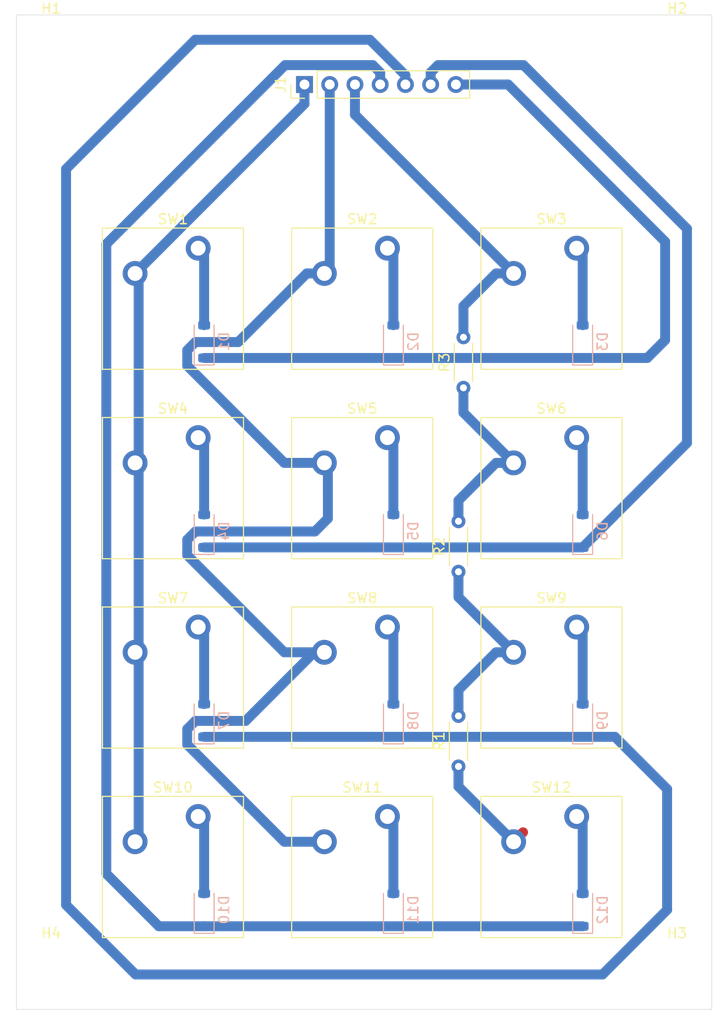
<source format=kicad_pcb>
(kicad_pcb (version 20241229) (generator "pcbnew") (generator_version "9.0")
  (layers (0 "F.Cu" signal) (2 "B.Cu" signal) (13 "F.Paste" user) (15 "B.Paste" user) (5 "F.SilkS" user "F.Silkscreen") (7 "B.SilkS" user "B.Silkscreen") (1 "F.Mask" user) (3 "B.Mask" user) (25 "Edge.Cuts" user))
  (net 0 "")
  (net 1 "row0")
  (net 2 "Net-(D1-A)")
  (net 3 "Net-(D2-A)")
  (net 4 "Net-(D3-A)")
  (net 5 "row1")
  (net 6 "Net-(D4-A)")
  (net 7 "Net-(D5-A)")
  (net 8 "Net-(D6-A)")
  (net 9 "Net-(D7-A)")
  (net 10 "row2")
  (net 11 "Net-(D8-A)")
  (net 12 "Net-(D9-A)")
  (net 13 "row3")
  (net 14 "Net-(D10-A)")
  (net 15 "Net-(D11-A)")
  (net 16 "Net-(D12-A)")
  (net 17 "col0")
  (net 18 "col1")
  (net 19 "col2")
  (net 20 "Net-(R1-Pad2)")
  (net 21 "Net-(R2-Pad2)")
  (net 22 "Net-(R1-Pad1)")
  (footprint "Resistor_THT:R_Axial_DIN0204_L3.6mm_D1.6mm_P5.08mm_Horizontal" (layer "F.Cu") (at 164.5 115.58 90)
    (property "Reference" "R1" (at 2.54 -1.92 90) (layer "F.SilkS"))
    (property "Value" "R")
    (fp_line (start 0.62 -0.92) (end 4.46 -0.92) (stroke (width 0.12)) (layer "F.SilkS"))
    (fp_line (start 0.62 0.92) (end 4.46 0.92) (stroke (width 0.12)) (layer "F.SilkS"))
    (pad "1" thru_hole circle (at 0 0 90) (size 1.4 1.4) (drill 0.7) (layers "*.Cu" "*.Mask") (net 22 "Net-(R1-Pad1)"))
    (pad "2" thru_hole circle (at 5.08 0 90) (size 1.4 1.4) (drill 0.7) (layers "*.Cu" "*.Mask") (net 20 "Net-(R1-Pad2)"))
  )
  (footprint "PCM_Switch_Keyboard_Cherry_MX:SW_Cherry_MX_PCB_1.00u" (layer "F.Cu") (at 173.86 87.59)
    (property "Reference" "SW6" (at 0 -8 0) (layer "F.SilkS"))
    (property "Value" "SW_Push")
    (fp_line (start -7.1 -7.1) (end -7.1 7.1) (stroke (width 0.12)) (layer "F.SilkS"))
    (fp_line (start -7.1 7.1) (end 7.1 7.1) (stroke (width 0.12)) (layer "F.SilkS"))
    (fp_line (start 7.1 -7.1) (end -7.1 -7.1) (stroke (width 0.12)) (layer "F.SilkS"))
    (fp_line (start 7.1 7.1) (end 7.1 -7.1) (stroke (width 0.12)) (layer "F.SilkS"))
    (pad "" np_thru_hole circle (at -5.08 0) (size 1.75 1.75) (drill 1.75) (layers "*.Cu" "*.Mask"))
    (pad "" np_thru_hole circle (at 0 0) (size 4 4) (drill 4) (layers "*.Cu" "*.Mask"))
    (pad "" np_thru_hole circle (at 5.08 0) (size 1.75 1.75) (drill 1.75) (layers "*.Cu" "*.Mask"))
    (pad "1" thru_hole circle (at -3.81 -2.54) (size 2.5 2.5) (drill 1.5) (layers "*.Cu" "*.Mask") (net 21 "Net-(R2-Pad2)"))
    (pad "2" thru_hole circle (at 2.54 -5.08) (size 2.5 2.5) (drill 1.5) (layers "*.Cu" "*.Mask") (net 8 "Net-(D6-A)"))
  )
  (footprint "PCM_Switch_Keyboard_Cherry_MX:SW_Cherry_MX_PCB_1.00u" (layer "F.Cu") (at 154.81 106.64)
    (property "Reference" "SW8" (at 0 -8 0) (layer "F.SilkS"))
    (property "Value" "SW_Push")
    (fp_line (start -7.1 -7.1) (end -7.1 7.1) (stroke (width 0.12)) (layer "F.SilkS"))
    (fp_line (start -7.1 7.1) (end 7.1 7.1) (stroke (width 0.12)) (layer "F.SilkS"))
    (fp_line (start 7.1 -7.1) (end -7.1 -7.1) (stroke (width 0.12)) (layer "F.SilkS"))
    (fp_line (start 7.1 7.1) (end 7.1 -7.1) (stroke (width 0.12)) (layer "F.SilkS"))
    (pad "" np_thru_hole circle (at -5.08 0) (size 1.75 1.75) (drill 1.75) (layers "*.Cu" "*.Mask"))
    (pad "" np_thru_hole circle (at 0 0) (size 4 4) (drill 4) (layers "*.Cu" "*.Mask"))
    (pad "" np_thru_hole circle (at 5.08 0) (size 1.75 1.75) (drill 1.75) (layers "*.Cu" "*.Mask"))
    (pad "1" thru_hole circle (at -3.81 -2.54) (size 2.5 2.5) (drill 1.5) (layers "*.Cu" "*.Mask") (net 18 "col1"))
    (pad "2" thru_hole circle (at 2.54 -5.08) (size 2.5 2.5) (drill 1.5) (layers "*.Cu" "*.Mask") (net 11 "Net-(D8-A)"))
  )
  (footprint "MountingHole:MountingHole_3.2mm_M3" (layer "F.Cu") (at 123.5 136.5)
    (property "Reference" "H4" (at 0 -4.15 0) (layer "F.SilkS"))
    (property "Value" "MountingHole")
    (pad "" np_thru_hole circle (at 0 0) (size 3.2 3.2) (drill 3.2) (layers "*.Cu" "*.Mask"))
  )
  (footprint "Resistor_THT:R_Axial_DIN0204_L3.6mm_D1.6mm_P5.08mm_Horizontal" (layer "F.Cu") (at 165 77.5 90)
    (property "Reference" "R3" (at 2.54 -1.92 90) (layer "F.SilkS"))
    (property "Value" "R")
    (fp_line (start 0.62 -0.92) (end 4.46 -0.92) (stroke (width 0.12)) (layer "F.SilkS"))
    (fp_line (start 0.62 0.92) (end 4.46 0.92) (stroke (width 0.12)) (layer "F.SilkS"))
    (pad "1" thru_hole circle (at 0 0 90) (size 1.4 1.4) (drill 0.7) (layers "*.Cu" "*.Mask") (net 21 "Net-(R2-Pad2)"))
    (pad "2" thru_hole circle (at 5.08 0 90) (size 1.4 1.4) (drill 0.7) (layers "*.Cu" "*.Mask") (net 19 "col2"))
  )
  (footprint "PCM_Switch_Keyboard_Cherry_MX:SW_Cherry_MX_PCB_1.00u" (layer "F.Cu") (at 173.86 106.64)
    (property "Reference" "SW9" (at 0 -8 0) (layer "F.SilkS"))
    (property "Value" "SW_Push")
    (fp_line (start -7.1 -7.1) (end -7.1 7.1) (stroke (width 0.12)) (layer "F.SilkS"))
    (fp_line (start -7.1 7.1) (end 7.1 7.1) (stroke (width 0.12)) (layer "F.SilkS"))
    (fp_line (start 7.1 -7.1) (end -7.1 -7.1) (stroke (width 0.12)) (layer "F.SilkS"))
    (fp_line (start 7.1 7.1) (end 7.1 -7.1) (stroke (width 0.12)) (layer "F.SilkS"))
    (pad "" np_thru_hole circle (at -5.08 0) (size 1.75 1.75) (drill 1.75) (layers "*.Cu" "*.Mask"))
    (pad "" np_thru_hole circle (at 0 0) (size 4 4) (drill 4) (layers "*.Cu" "*.Mask"))
    (pad "" np_thru_hole circle (at 5.08 0) (size 1.75 1.75) (drill 1.75) (layers "*.Cu" "*.Mask"))
    (pad "1" thru_hole circle (at -3.81 -2.54) (size 2.5 2.5) (drill 1.5) (layers "*.Cu" "*.Mask") (net 20 "Net-(R1-Pad2)"))
    (pad "2" thru_hole circle (at 2.54 -5.08) (size 2.5 2.5) (drill 1.5) (layers "*.Cu" "*.Mask") (net 12 "Net-(D9-A)"))
  )
  (footprint "PCM_Switch_Keyboard_Cherry_MX:SW_Cherry_MX_PCB_1.00u" (layer "F.Cu") (at 173.86 68.54)
    (property "Reference" "SW3" (at 0 -8 0) (layer "F.SilkS"))
    (property "Value" "SW_Push")
    (fp_line (start -7.1 -7.1) (end -7.1 7.1) (stroke (width 0.12)) (layer "F.SilkS"))
    (fp_line (start -7.1 7.1) (end 7.1 7.1) (stroke (width 0.12)) (layer "F.SilkS"))
    (fp_line (start 7.1 -7.1) (end -7.1 -7.1) (stroke (width 0.12)) (layer "F.SilkS"))
    (fp_line (start 7.1 7.1) (end 7.1 -7.1) (stroke (width 0.12)) (layer "F.SilkS"))
    (pad "" np_thru_hole circle (at -5.08 0) (size 1.75 1.75) (drill 1.75) (layers "*.Cu" "*.Mask"))
    (pad "" np_thru_hole circle (at 0 0) (size 4 4) (drill 4) (layers "*.Cu" "*.Mask"))
    (pad "" np_thru_hole circle (at 5.08 0) (size 1.75 1.75) (drill 1.75) (layers "*.Cu" "*.Mask"))
    (pad "1" thru_hole circle (at -3.81 -2.54) (size 2.5 2.5) (drill 1.5) (layers "*.Cu" "*.Mask") (net 19 "col2"))
    (pad "2" thru_hole circle (at 2.54 -5.08) (size 2.5 2.5) (drill 1.5) (layers "*.Cu" "*.Mask") (net 4 "Net-(D3-A)"))
  )
  (footprint "MountingHole:MountingHole_3.2mm_M3" (layer "F.Cu") (at 186.5 136.5)
    (property "Reference" "H3" (at 0 -4.15 0) (layer "F.SilkS"))
    (property "Value" "MountingHole")
    (pad "" np_thru_hole circle (at 0 0) (size 3.2 3.2) (drill 3.2) (layers "*.Cu" "*.Mask"))
  )
  (footprint "PCM_Switch_Keyboard_Cherry_MX:SW_Cherry_MX_PCB_1.00u" (layer "F.Cu") (at 135.76 106.64)
    (property "Reference" "SW7" (at 0 -8 0) (layer "F.SilkS"))
    (property "Value" "SW_Push")
    (fp_line (start -7.1 -7.1) (end -7.1 7.1) (stroke (width 0.12)) (layer "F.SilkS"))
    (fp_line (start -7.1 7.1) (end 7.1 7.1) (stroke (width 0.12)) (layer "F.SilkS"))
    (fp_line (start 7.1 -7.1) (end -7.1 -7.1) (stroke (width 0.12)) (layer "F.SilkS"))
    (fp_line (start 7.1 7.1) (end 7.1 -7.1) (stroke (width 0.12)) (layer "F.SilkS"))
    (pad "" np_thru_hole circle (at -5.08 0) (size 1.75 1.75) (drill 1.75) (layers "*.Cu" "*.Mask"))
    (pad "" np_thru_hole circle (at 0 0) (size 4 4) (drill 4) (layers "*.Cu" "*.Mask"))
    (pad "" np_thru_hole circle (at 5.08 0) (size 1.75 1.75) (drill 1.75) (layers "*.Cu" "*.Mask"))
    (pad "1" thru_hole circle (at -3.81 -2.54) (size 2.5 2.5) (drill 1.5) (layers "*.Cu" "*.Mask") (net 17 "col0"))
    (pad "2" thru_hole circle (at 2.54 -5.08) (size 2.5 2.5) (drill 1.5) (layers "*.Cu" "*.Mask") (net 9 "Net-(D7-A)"))
  )
  (footprint "PCM_Switch_Keyboard_Cherry_MX:SW_Cherry_MX_PCB_1.00u" (layer "F.Cu") (at 135.76 87.59)
    (property "Reference" "SW4" (at 0 -8 0) (layer "F.SilkS"))
    (property "Value" "SW_Push")
    (fp_line (start -7.1 -7.1) (end -7.1 7.1) (stroke (width 0.12)) (layer "F.SilkS"))
    (fp_line (start -7.1 7.1) (end 7.1 7.1) (stroke (width 0.12)) (layer "F.SilkS"))
    (fp_line (start 7.1 -7.1) (end -7.1 -7.1) (stroke (width 0.12)) (layer "F.SilkS"))
    (fp_line (start 7.1 7.1) (end 7.1 -7.1) (stroke (width 0.12)) (layer "F.SilkS"))
    (pad "" np_thru_hole circle (at -5.08 0) (size 1.75 1.75) (drill 1.75) (layers "*.Cu" "*.Mask"))
    (pad "" np_thru_hole circle (at 0 0) (size 4 4) (drill 4) (layers "*.Cu" "*.Mask"))
    (pad "" np_thru_hole circle (at 5.08 0) (size 1.75 1.75) (drill 1.75) (layers "*.Cu" "*.Mask"))
    (pad "1" thru_hole circle (at -3.81 -2.54) (size 2.5 2.5) (drill 1.5) (layers "*.Cu" "*.Mask") (net 17 "col0"))
    (pad "2" thru_hole circle (at 2.54 -5.08) (size 2.5 2.5) (drill 1.5) (layers "*.Cu" "*.Mask") (net 6 "Net-(D4-A)"))
  )
  (footprint "Resistor_THT:R_Axial_DIN0204_L3.6mm_D1.6mm_P5.08mm_Horizontal" (layer "F.Cu") (at 164.5 96 90)
    (property "Reference" "R2" (at 2.54 -1.92 90) (layer "F.SilkS"))
    (property "Value" "R")
    (fp_line (start 0.62 -0.92) (end 4.46 -0.92) (stroke (width 0.12)) (layer "F.SilkS"))
    (fp_line (start 0.62 0.92) (end 4.46 0.92) (stroke (width 0.12)) (layer "F.SilkS"))
    (pad "1" thru_hole circle (at 0 0 90) (size 1.4 1.4) (drill 0.7) (layers "*.Cu" "*.Mask") (net 20 "Net-(R1-Pad2)"))
    (pad "2" thru_hole circle (at 5.08 0 90) (size 1.4 1.4) (drill 0.7) (layers "*.Cu" "*.Mask") (net 21 "Net-(R2-Pad2)"))
  )
  (footprint "PCM_Switch_Keyboard_Cherry_MX:SW_Cherry_MX_PCB_1.00u" (layer "F.Cu") (at 154.81 87.59)
    (property "Reference" "SW5" (at 0 -8 0) (layer "F.SilkS"))
    (property "Value" "SW_Push")
    (fp_line (start -7.1 -7.1) (end -7.1 7.1) (stroke (width 0.12)) (layer "F.SilkS"))
    (fp_line (start -7.1 7.1) (end 7.1 7.1) (stroke (width 0.12)) (layer "F.SilkS"))
    (fp_line (start 7.1 -7.1) (end -7.1 -7.1) (stroke (width 0.12)) (layer "F.SilkS"))
    (fp_line (start 7.1 7.1) (end 7.1 -7.1) (stroke (width 0.12)) (layer "F.SilkS"))
    (pad "" np_thru_hole circle (at -5.08 0) (size 1.75 1.75) (drill 1.75) (layers "*.Cu" "*.Mask"))
    (pad "" np_thru_hole circle (at 0 0) (size 4 4) (drill 4) (layers "*.Cu" "*.Mask"))
    (pad "" np_thru_hole circle (at 5.08 0) (size 1.75 1.75) (drill 1.75) (layers "*.Cu" "*.Mask"))
    (pad "1" thru_hole circle (at -3.81 -2.54) (size 2.5 2.5) (drill 1.5) (layers "*.Cu" "*.Mask") (net 18 "col1"))
    (pad "2" thru_hole circle (at 2.54 -5.08) (size 2.5 2.5) (drill 1.5) (layers "*.Cu" "*.Mask") (net 7 "Net-(D5-A)"))
  )
  (footprint "PCM_Switch_Keyboard_Cherry_MX:SW_Cherry_MX_PCB_1.00u" (layer "F.Cu") (at 154.81 68.54)
    (property "Reference" "SW2" (at 0 -8 0) (layer "F.SilkS"))
    (property "Value" "SW_Push")
    (fp_line (start -7.1 -7.1) (end -7.1 7.1) (stroke (width 0.12)) (layer "F.SilkS"))
    (fp_line (start -7.1 7.1) (end 7.1 7.1) (stroke (width 0.12)) (layer "F.SilkS"))
    (fp_line (start 7.1 -7.1) (end -7.1 -7.1) (stroke (width 0.12)) (layer "F.SilkS"))
    (fp_line (start 7.1 7.1) (end 7.1 -7.1) (stroke (width 0.12)) (layer "F.SilkS"))
    (pad "" np_thru_hole circle (at -5.08 0) (size 1.75 1.75) (drill 1.75) (layers "*.Cu" "*.Mask"))
    (pad "" np_thru_hole circle (at 0 0) (size 4 4) (drill 4) (layers "*.Cu" "*.Mask"))
    (pad "" np_thru_hole circle (at 5.08 0) (size 1.75 1.75) (drill 1.75) (layers "*.Cu" "*.Mask"))
    (pad "1" thru_hole circle (at -3.81 -2.54) (size 2.5 2.5) (drill 1.5) (layers "*.Cu" "*.Mask") (net 18 "col1"))
    (pad "2" thru_hole circle (at 2.54 -5.08) (size 2.5 2.5) (drill 1.5) (layers "*.Cu" "*.Mask") (net 3 "Net-(D2-A)"))
  )
  (footprint "Connector_PinHeader_2.54mm:PinHeader_1x07_P2.54mm_Vertical" (layer "F.Cu") (at 149 47 90)
    (property "Reference" "J1" (at 0 -2.38 90) (layer "F.SilkS"))
    (property "Value" "Conn_01x07_Pin")
    (fp_line (start -1.38 -1.38) (end 0 -1.38) (stroke (width 0.12)) (layer "F.SilkS"))
    (fp_line (start -1.38 0) (end -1.38 -1.38) (stroke (width 0.12)) (layer "F.SilkS"))
    (fp_line (start 1.38 1.27) (end 1.38 16.62) (stroke (width 0.12)) (layer "F.SilkS"))
    (fp_line (start -1.38 1.27) (end 1.38 1.27) (stroke (width 0.12)) (layer "F.SilkS"))
    (fp_line (start -1.38 1.27) (end -1.38 16.62) (stroke (width 0.12)) (layer "F.SilkS"))
    (fp_line (start -1.38 16.62) (end 1.38 16.62) (stroke (width 0.12)) (layer "F.SilkS"))
    (pad "1" thru_hole rect (at 0 0 90) (size 1.7 1.7) (drill 1) (layers "*.Cu" "*.Mask") (net 17 "col0"))
    (pad "2" thru_hole circle (at 0 2.54 90) (size 1.7 1.7) (drill 1) (layers "*.Cu" "*.Mask") (net 18 "col1"))
    (pad "3" thru_hole circle (at 0 5.08 90) (size 1.7 1.7) (drill 1) (layers "*.Cu" "*.Mask") (net 19 "col2"))
    (pad "4" thru_hole circle (at 0 7.62 90) (size 1.7 1.7) (drill 1) (layers "*.Cu" "*.Mask") (net 13 "row3"))
    (pad "5" thru_hole circle (at 0 10.16 90) (size 1.7 1.7) (drill 1) (layers "*.Cu" "*.Mask") (net 10 "row2"))
    (pad "6" thru_hole circle (at 0 12.7 90) (size 1.7 1.7) (drill 1) (layers "*.Cu" "*.Mask") (net 5 "row1"))
    (pad "7" thru_hole circle (at 0 15.24 90) (size 1.7 1.7) (drill 1) (layers "*.Cu" "*.Mask") (net 1 "row0"))
  )
  (footprint "PCM_Switch_Keyboard_Cherry_MX:SW_Cherry_MX_PCB_1.00u" (layer "F.Cu") (at 154.81 125.69)
    (property "Reference" "SW11" (at 0 -8 0) (layer "F.SilkS"))
    (property "Value" "SW_Push")
    (fp_line (start -7.1 -7.1) (end -7.1 7.1) (stroke (width 0.12)) (layer "F.SilkS"))
    (fp_line (start -7.1 7.1) (end 7.1 7.1) (stroke (width 0.12)) (layer "F.SilkS"))
    (fp_line (start 7.1 -7.1) (end -7.1 -7.1) (stroke (width 0.12)) (layer "F.SilkS"))
    (fp_line (start 7.1 7.1) (end 7.1 -7.1) (stroke (width 0.12)) (layer "F.SilkS"))
    (pad "" np_thru_hole circle (at -5.08 0) (size 1.75 1.75) (drill 1.75) (layers "*.Cu" "*.Mask"))
    (pad "" np_thru_hole circle (at 0 0) (size 4 4) (drill 4) (layers "*.Cu" "*.Mask"))
    (pad "" np_thru_hole circle (at 5.08 0) (size 1.75 1.75) (drill 1.75) (layers "*.Cu" "*.Mask"))
    (pad "1" thru_hole circle (at -3.81 -2.54) (size 2.5 2.5) (drill 1.5) (layers "*.Cu" "*.Mask") (net 18 "col1"))
    (pad "2" thru_hole circle (at 2.54 -5.08) (size 2.5 2.5) (drill 1.5) (layers "*.Cu" "*.Mask") (net 15 "Net-(D11-A)"))
  )
  (footprint "MountingHole:MountingHole_3.2mm_M3" (layer "F.Cu") (at 123.5 43.5)
    (property "Reference" "H1" (at 0 -4.15 0) (layer "F.SilkS"))
    (property "Value" "MountingHole")
    (pad "" np_thru_hole circle (at 0 0) (size 3.2 3.2) (drill 3.2) (layers "*.Cu" "*.Mask"))
  )
  (footprint "MountingHole:MountingHole_3.2mm_M3" (layer "F.Cu") (at 186.5 43.5)
    (property "Reference" "H2" (at 0 -4.15 0) (layer "F.SilkS"))
    (property "Value" "MountingHole")
    (pad "" np_thru_hole circle (at 0 0) (size 3.2 3.2) (drill 3.2) (layers "*.Cu" "*.Mask"))
  )
  (footprint "PCM_Switch_Keyboard_Cherry_MX:SW_Cherry_MX_PCB_1.00u" (layer "F.Cu") (at 135.76 68.54)
    (property "Reference" "SW1" (at 0 -8 0) (layer "F.SilkS"))
    (property "Value" "SW_Push")
    (fp_line (start -7.1 -7.1) (end -7.1 7.1) (stroke (width 0.12)) (layer "F.SilkS"))
    (fp_line (start -7.1 7.1) (end 7.1 7.1) (stroke (width 0.12)) (layer "F.SilkS"))
    (fp_line (start 7.1 -7.1) (end -7.1 -7.1) (stroke (width 0.12)) (layer "F.SilkS"))
    (fp_line (start 7.1 7.1) (end 7.1 -7.1) (stroke (width 0.12)) (layer "F.SilkS"))
    (pad "" np_thru_hole circle (at -5.08 0) (size 1.75 1.75) (drill 1.75) (layers "*.Cu" "*.Mask"))
    (pad "" np_thru_hole circle (at 0 0) (size 4 4) (drill 4) (layers "*.Cu" "*.Mask"))
    (pad "" np_thru_hole circle (at 5.08 0) (size 1.75 1.75) (drill 1.75) (layers "*.Cu" "*.Mask"))
    (pad "1" thru_hole circle (at -3.81 -2.54) (size 2.5 2.5) (drill 1.5) (layers "*.Cu" "*.Mask") (net 17 "col0"))
    (pad "2" thru_hole circle (at 2.54 -5.08) (size 2.5 2.5) (drill 1.5) (layers "*.Cu" "*.Mask") (net 2 "Net-(D1-A)"))
  )
  (footprint "PCM_Switch_Keyboard_Cherry_MX:SW_Cherry_MX_PCB_1.00u" (layer "F.Cu") (at 173.86 125.69)
    (property "Reference" "SW12" (at 0 -8 0) (layer "F.SilkS"))
    (property "Value" "SW_Push")
    (fp_line (start -7.1 -7.1) (end -7.1 7.1) (stroke (width 0.12)) (layer "F.SilkS"))
    (fp_line (start -7.1 7.1) (end 7.1 7.1) (stroke (width 0.12)) (layer "F.SilkS"))
    (fp_line (start 7.1 -7.1) (end -7.1 -7.1) (stroke (width 0.12)) (layer "F.SilkS"))
    (fp_line (start 7.1 7.1) (end 7.1 -7.1) (stroke (width 0.12)) (layer "F.SilkS"))
    (pad "" np_thru_hole circle (at -5.08 0) (size 1.75 1.75) (drill 1.75) (layers "*.Cu" "*.Mask"))
    (pad "" np_thru_hole circle (at 0 0) (size 4 4) (drill 4) (layers "*.Cu" "*.Mask"))
    (pad "" np_thru_hole circle (at 5.08 0) (size 1.75 1.75) (drill 1.75) (layers "*.Cu" "*.Mask"))
    (pad "1" thru_hole circle (at -3.81 -2.54) (size 2.5 2.5) (drill 1.5) (layers "*.Cu" "*.Mask") (net 22 "Net-(R1-Pad1)"))
    (pad "2" thru_hole circle (at 2.54 -5.08) (size 2.5 2.5) (drill 1.5) (layers "*.Cu" "*.Mask") (net 16 "Net-(D12-A)"))
  )
  (footprint "PCM_Switch_Keyboard_Cherry_MX:SW_Cherry_MX_PCB_1.00u" (layer "F.Cu") (at 135.76 125.69)
    (property "Reference" "SW10" (at 0 -8 0) (layer "F.SilkS"))
    (property "Value" "SW_Push")
    (fp_line (start -7.1 -7.1) (end -7.1 7.1) (stroke (width 0.12)) (layer "F.SilkS"))
    (fp_line (start -7.1 7.1) (end 7.1 7.1) (stroke (width 0.12)) (layer "F.SilkS"))
    (fp_line (start 7.1 -7.1) (end -7.1 -7.1) (stroke (width 0.12)) (layer "F.SilkS"))
    (fp_line (start 7.1 7.1) (end 7.1 -7.1) (stroke (width 0.12)) (layer "F.SilkS"))
    (pad "" np_thru_hole circle (at -5.08 0) (size 1.75 1.75) (drill 1.75) (layers "*.Cu" "*.Mask"))
    (pad "" np_thru_hole circle (at 0 0) (size 4 4) (drill 4) (layers "*.Cu" "*.Mask"))
    (pad "" np_thru_hole circle (at 5.08 0) (size 1.75 1.75) (drill 1.75) (layers "*.Cu" "*.Mask"))
    (pad "1" thru_hole circle (at -3.81 -2.54) (size 2.5 2.5) (drill 1.5) (layers "*.Cu" "*.Mask") (net 17 "col0"))
    (pad "2" thru_hole circle (at 2.54 -5.08) (size 2.5 2.5) (drill 1.5) (layers "*.Cu" "*.Mask") (net 14 "Net-(D10-A)"))
  )
  (footprint "Diode_SMD:D_SOD-123" (layer "B.Cu") (at 177 72.85 90)
    (property "Reference" "D3" (at 0 2 90) (layer "B.SilkS") (effects (justify mirror)))
    (property "Value" "1N4148")
    (fp_line (start -2.36 -1) (end 1.65 -1) (stroke (width 0.12)) (layer "B.SilkS"))
    (fp_line (start -2.36 1) (end -2.36 -1) (stroke (width 0.12)) (layer "B.SilkS"))
    (fp_line (start -2.36 1) (end 1.65 1) (stroke (width 0.12)) (layer "B.SilkS"))
    (pad "1" smd roundrect (at -1.65 0 90) (size 0.9 1.2) (layers "B.Cu" "B.Mask" "B.Paste") (net 1 "row0"))
    (pad "2" smd roundrect (at 1.65 0 90) (size 0.9 1.2) (layers "B.Cu" "B.Mask" "B.Paste") (net 4 "Net-(D3-A)"))
  )
  (footprint "Diode_SMD:D_SOD-123" (layer "B.Cu") (at 138.9 130 90)
    (property "Reference" "D10" (at 0 2 90) (layer "B.SilkS") (effects (justify mirror)))
    (property "Value" "1N4148")
    (fp_line (start -2.36 -1) (end 1.65 -1) (stroke (width 0.12)) (layer "B.SilkS"))
    (fp_line (start -2.36 1) (end -2.36 -1) (stroke (width 0.12)) (layer "B.SilkS"))
    (fp_line (start -2.36 1) (end 1.65 1) (stroke (width 0.12)) (layer "B.SilkS"))
    (pad "1" smd roundrect (at -1.65 0 90) (size 0.9 1.2) (layers "B.Cu" "B.Mask" "B.Paste") (net 13 "row3"))
    (pad "2" smd roundrect (at 1.65 0 90) (size 0.9 1.2) (layers "B.Cu" "B.Mask" "B.Paste") (net 14 "Net-(D10-A)"))
  )
  (footprint "Diode_SMD:D_SOD-123" (layer "B.Cu") (at 157.95 130 90)
    (property "Reference" "D11" (at 0 2 90) (layer "B.SilkS") (effects (justify mirror)))
    (property "Value" "1N4148")
    (fp_line (start -2.36 -1) (end 1.65 -1) (stroke (width 0.12)) (layer "B.SilkS"))
    (fp_line (start -2.36 1) (end -2.36 -1) (stroke (width 0.12)) (layer "B.SilkS"))
    (fp_line (start -2.36 1) (end 1.65 1) (stroke (width 0.12)) (layer "B.SilkS"))
    (pad "1" smd roundrect (at -1.65 0 90) (size 0.9 1.2) (layers "B.Cu" "B.Mask" "B.Paste") (net 13 "row3"))
    (pad "2" smd roundrect (at 1.65 0 90) (size 0.9 1.2) (layers "B.Cu" "B.Mask" "B.Paste") (net 15 "Net-(D11-A)"))
  )
  (footprint "Diode_SMD:D_SOD-123" (layer "B.Cu") (at 138.9 110.95 90)
    (property "Reference" "D7" (at 0 2 90) (layer "B.SilkS") (effects (justify mirror)))
    (property "Value" "1N4148")
    (fp_line (start -2.36 -1) (end 1.65 -1) (stroke (width 0.12)) (layer "B.SilkS"))
    (fp_line (start -2.36 1) (end -2.36 -1) (stroke (width 0.12)) (layer "B.SilkS"))
    (fp_line (start -2.36 1) (end 1.65 1) (stroke (width 0.12)) (layer "B.SilkS"))
    (pad "1" smd roundrect (at -1.65 0 90) (size 0.9 1.2) (layers "B.Cu" "B.Mask" "B.Paste") (net 10 "row2"))
    (pad "2" smd roundrect (at 1.65 0 90) (size 0.9 1.2) (layers "B.Cu" "B.Mask" "B.Paste") (net 9 "Net-(D7-A)"))
  )
  (footprint "Diode_SMD:D_SOD-123" (layer "B.Cu") (at 177 110.95 90)
    (property "Reference" "D9" (at 0 2 90) (layer "B.SilkS") (effects (justify mirror)))
    (property "Value" "1N4148")
    (fp_line (start -2.36 -1) (end 1.65 -1) (stroke (width 0.12)) (layer "B.SilkS"))
    (fp_line (start -2.36 1) (end -2.36 -1) (stroke (width 0.12)) (layer "B.SilkS"))
    (fp_line (start -2.36 1) (end 1.65 1) (stroke (width 0.12)) (layer "B.SilkS"))
    (pad "1" smd roundrect (at -1.65 0 90) (size 0.9 1.2) (layers "B.Cu" "B.Mask" "B.Paste") (net 10 "row2"))
    (pad "2" smd roundrect (at 1.65 0 90) (size 0.9 1.2) (layers "B.Cu" "B.Mask" "B.Paste") (net 12 "Net-(D9-A)"))
  )
  (footprint "Diode_SMD:D_SOD-123" (layer "B.Cu") (at 157.95 110.95 90)
    (property "Reference" "D8" (at 0 2 90) (layer "B.SilkS") (effects (justify mirror)))
    (property "Value" "1N4148")
    (fp_line (start -2.36 -1) (end 1.65 -1) (stroke (width 0.12)) (layer "B.SilkS"))
    (fp_line (start -2.36 1) (end -2.36 -1) (stroke (width 0.12)) (layer "B.SilkS"))
    (fp_line (start -2.36 1) (end 1.65 1) (stroke (width 0.12)) (layer "B.SilkS"))
    (pad "1" smd roundrect (at -1.65 0 90) (size 0.9 1.2) (layers "B.Cu" "B.Mask" "B.Paste") (net 10 "row2"))
    (pad "2" smd roundrect (at 1.65 0 90) (size 0.9 1.2) (layers "B.Cu" "B.Mask" "B.Paste") (net 11 "Net-(D8-A)"))
  )
  (footprint "Diode_SMD:D_SOD-123" (layer "B.Cu") (at 177 91.9 90)
    (property "Reference" "D6" (at 0 2 90) (layer "B.SilkS") (effects (justify mirror)))
    (property "Value" "1N4148")
    (fp_line (start -2.36 -1) (end 1.65 -1) (stroke (width 0.12)) (layer "B.SilkS"))
    (fp_line (start -2.36 1) (end -2.36 -1) (stroke (width 0.12)) (layer "B.SilkS"))
    (fp_line (start -2.36 1) (end 1.65 1) (stroke (width 0.12)) (layer "B.SilkS"))
    (pad "1" smd roundrect (at -1.65 0 90) (size 0.9 1.2) (layers "B.Cu" "B.Mask" "B.Paste") (net 5 "row1"))
    (pad "2" smd roundrect (at 1.65 0 90) (size 0.9 1.2) (layers "B.Cu" "B.Mask" "B.Paste") (net 8 "Net-(D6-A)"))
  )
  (footprint "Diode_SMD:D_SOD-123" (layer "B.Cu") (at 177 130 90)
    (property "Reference" "D12" (at 0 2 90) (layer "B.SilkS") (effects (justify mirror)))
    (property "Value" "1N4148")
    (fp_line (start -2.36 -1) (end 1.65 -1) (stroke (width 0.12)) (layer "B.SilkS"))
    (fp_line (start -2.36 1) (end -2.36 -1) (stroke (width 0.12)) (layer "B.SilkS"))
    (fp_line (start -2.36 1) (end 1.65 1) (stroke (width 0.12)) (layer "B.SilkS"))
    (pad "1" smd roundrect (at -1.65 0 90) (size 0.9 1.2) (layers "B.Cu" "B.Mask" "B.Paste") (net 13 "row3"))
    (pad "2" smd roundrect (at 1.65 0 90) (size 0.9 1.2) (layers "B.Cu" "B.Mask" "B.Paste") (net 16 "Net-(D12-A)"))
  )
  (footprint "Diode_SMD:D_SOD-123" (layer "B.Cu") (at 138.9 72.85 90)
    (property "Reference" "D1" (at 0 2 90) (layer "B.SilkS") (effects (justify mirror)))
    (property "Value" "1N4148")
    (fp_line (start -2.36 -1) (end 1.65 -1) (stroke (width 0.12)) (layer "B.SilkS"))
    (fp_line (start -2.36 1) (end -2.36 -1) (stroke (width 0.12)) (layer "B.SilkS"))
    (fp_line (start -2.36 1) (end 1.65 1) (stroke (width 0.12)) (layer "B.SilkS"))
    (pad "1" smd roundrect (at -1.65 0 90) (size 0.9 1.2) (layers "B.Cu" "B.Mask" "B.Paste") (net 1 "row0"))
    (pad "2" smd roundrect (at 1.65 0 90) (size 0.9 1.2) (layers "B.Cu" "B.Mask" "B.Paste") (net 2 "Net-(D1-A)"))
  )
  (footprint "Diode_SMD:D_SOD-123" (layer "B.Cu") (at 157.95 72.85 90)
    (property "Reference" "D2" (at 0 2 90) (layer "B.SilkS") (effects (justify mirror)))
    (property "Value" "1N4148")
    (fp_line (start -2.36 -1) (end 1.65 -1) (stroke (width 0.12)) (layer "B.SilkS"))
    (fp_line (start -2.36 1) (end -2.36 -1) (stroke (width 0.12)) (layer "B.SilkS"))
    (fp_line (start -2.36 1) (end 1.65 1) (stroke (width 0.12)) (layer "B.SilkS"))
    (pad "1" smd roundrect (at -1.65 0 90) (size 0.9 1.2) (layers "B.Cu" "B.Mask" "B.Paste") (net 1 "row0"))
    (pad "2" smd roundrect (at 1.65 0 90) (size 0.9 1.2) (layers "B.Cu" "B.Mask" "B.Paste") (net 3 "Net-(D2-A)"))
  )
  (footprint "Diode_SMD:D_SOD-123" (layer "B.Cu") (at 138.9 91.9 90)
    (property "Reference" "D4" (at 0 2 90) (layer "B.SilkS") (effects (justify mirror)))
    (property "Value" "1N4148")
    (fp_line (start -2.36 -1) (end 1.65 -1) (stroke (width 0.12)) (layer "B.SilkS"))
    (fp_line (start -2.36 1) (end -2.36 -1) (stroke (width 0.12)) (layer "B.SilkS"))
    (fp_line (start -2.36 1) (end 1.65 1) (stroke (width 0.12)) (layer "B.SilkS"))
    (pad "1" smd roundrect (at -1.65 0 90) (size 0.9 1.2) (layers "B.Cu" "B.Mask" "B.Paste") (net 5 "row1"))
    (pad "2" smd roundrect (at 1.65 0 90) (size 0.9 1.2) (layers "B.Cu" "B.Mask" "B.Paste") (net 6 "Net-(D4-A)"))
  )
  (footprint "Diode_SMD:D_SOD-123" (layer "B.Cu") (at 157.95 91.9 90)
    (property "Reference" "D5" (at 0 2 90) (layer "B.SilkS") (effects (justify mirror)))
    (property "Value" "1N4148")
    (fp_line (start -2.36 -1) (end 1.65 -1) (stroke (width 0.12)) (layer "B.SilkS"))
    (fp_line (start -2.36 1) (end -2.36 -1) (stroke (width 0.12)) (layer "B.SilkS"))
    (fp_line (start -2.36 1) (end 1.65 1) (stroke (width 0.12)) (layer "B.SilkS"))
    (pad "1" smd roundrect (at -1.65 0 90) (size 0.9 1.2) (layers "B.Cu" "B.Mask" "B.Paste") (net 5 "row1"))
    (pad "2" smd roundrect (at 1.65 0 90) (size 0.9 1.2) (layers "B.Cu" "B.Mask" "B.Paste") (net 7 "Net-(D5-A)"))
  )
  (gr_rect (start 120 40) (end 190 140) (stroke (width 0.05)) (fill no) (layer "Edge.Cuts"))
  (segment (start 185.301 62.801) (end 169.5 47) (width 1) (layer "B.Cu") (net 1))
  (segment (start 169.5 47) (end 164.24 47) (width 1) (layer "B.Cu") (net 1))
  (segment (start 183.506999 74.5) (end 185.301 72.705999) (width 1) (layer "B.Cu") (net 1))
  (segment (start 164.24 46.780869) (end 164.24 47) (width 1) (layer "B.Cu") (net 1))
  (segment (start 138.9 74.5) (end 177 74.5) (width 1) (layer "B.Cu") (net 1))
  (segment (start 185.301 72.705999) (end 185.301 62.801) (width 1) (layer "B.Cu") (net 1))
  (segment (start 177 74.5) (end 183.506999 74.5) (width 1) (layer "B.Cu") (net 1))
  (segment (start 138.9 64.06) (end 138.9 71.2) (width 1) (layer "B.Cu") (net 2))
  (segment (start 138.3 63.46) (end 138.9 64.06) (width 1) (layer "B.Cu") (net 2))
  (segment (start 157.35 63.46) (end 157.95 64.06) (width 1) (layer "B.Cu") (net 3))
  (segment (start 157.95 64.06) (end 157.95 71.2) (width 1) (layer "B.Cu") (net 3))
  (segment (start 176.4 63.46) (end 177 64.06) (width 1) (layer "B.Cu") (net 4))
  (segment (start 177 64.06) (end 177 71.2) (width 1) (layer "B.Cu") (net 4))
  (segment (start 162.448919 45.049) (end 161.7 45.797919) (width 1) (layer "B.Cu") (net 5))
  (segment (start 187.5 61.5) (end 171.049 45.049) (width 1) (layer "B.Cu") (net 5))
  (segment (start 187.5 83.05) (end 187.5 61.5) (width 1) (layer "B.Cu") (net 5))
  (segment (start 177 93.55) (end 187.5 83.05) (width 1) (layer "B.Cu") (net 5))
  (segment (start 138.9 93.55) (end 177 93.55) (width 1) (layer "B.Cu") (net 5))
  (segment (start 171.049 45.049) (end 162.448919 45.049) (width 1) (layer "B.Cu") (net 5))
  (segment (start 161.7 45.797919) (end 161.7 47) (width 1) (layer "B.Cu") (net 5))
  (segment (start 138.9 83.11) (end 138.9 90.25) (width 1) (layer "B.Cu") (net 6))
  (segment (start 138.3 82.51) (end 138.9 83.11) (width 1) (layer "B.Cu") (net 6))
  (segment (start 157.95 83.11) (end 157.95 90.25) (width 1) (layer "B.Cu") (net 7))
  (segment (start 157.35 82.51) (end 157.95 83.11) (width 1) (layer "B.Cu") (net 7))
  (segment (start 177 83.11) (end 177 90.25) (width 1) (layer "B.Cu") (net 8))
  (segment (start 176.4 82.51) (end 177 83.11) (width 1) (layer "B.Cu") (net 8))
  (segment (start 138.9 102.16) (end 138.9 109.3) (width 1) (layer "B.Cu") (net 9))
  (segment (start 138.3 101.56) (end 138.9 102.16) (width 1) (layer "B.Cu") (net 9))
  (segment (start 125 129.5) (end 125 55.5) (width 1) (layer "B.Cu") (net 10))
  (segment (start 132 136.5) (end 125 129.5) (width 1) (layer "B.Cu") (net 10))
  (segment (start 179 136.5) (end 132 136.5) (width 1) (layer "B.Cu") (net 10))
  (segment (start 185.5 117.848999) (end 185.5 130) (width 1) (layer "B.Cu") (net 10))
  (segment (start 138 42.5) (end 155.586237 42.5) (width 1) (layer "B.Cu") (net 10))
  (segment (start 138.9 112.6) (end 177 112.6) (width 1) (layer "B.Cu") (net 10))
  (segment (start 180.251001 112.6) (end 185.5 117.848999) (width 1) (layer "B.Cu") (net 10))
  (segment (start 159.16 46.073763) (end 159.16 47) (width 1) (layer "B.Cu") (net 10))
  (segment (start 177 112.6) (end 180.251001 112.6) (width 1) (layer "B.Cu") (net 10))
  (segment (start 125 55.5) (end 138 42.5) (width 1) (layer "B.Cu") (net 10))
  (segment (start 155.586237 42.5) (end 159.16 46.073763) (width 1) (layer "B.Cu") (net 10))
  (segment (start 185.5 130) (end 179 136.5) (width 1) (layer "B.Cu") (net 10))
  (segment (start 157.35 101.56) (end 157.95 102.16) (width 1) (layer "B.Cu") (net 11))
  (segment (start 157.95 102.16) (end 157.95 109.3) (width 1) (layer "B.Cu") (net 11))
  (segment (start 177 102.16) (end 177 109.3) (width 1) (layer "B.Cu") (net 12))
  (segment (start 176.4 101.56) (end 177 102.16) (width 1) (layer "B.Cu") (net 12))
  (segment (start 138.9 131.65) (end 177 131.65) (width 1) (layer "B.Cu") (net 13))
  (segment (start 155.871081 45.049) (end 156.62 45.797919) (width 1) (layer "B.Cu") (net 13))
  (segment (start 129.054 126.363511) (end 129.054 63.044) (width 1) (layer "B.Cu") (net 13))
  (segment (start 129.054 63.044) (end 147.049 45.049) (width 1) (layer "B.Cu") (net 13))
  (segment (start 134.340489 131.65) (end 129.054 126.363511) (width 1) (layer "B.Cu") (net 13))
  (segment (start 156.62 45.797919) (end 156.62 47) (width 1) (layer "B.Cu") (net 13))
  (segment (start 147.049 45.049) (end 155.871081 45.049) (width 1) (layer "B.Cu") (net 13))
  (segment (start 138.9 131.65) (end 134.340489 131.65) (width 1) (layer "B.Cu") (net 13))
  (segment (start 138.9 121.21) (end 138.9 128.35) (width 1) (layer "B.Cu") (net 14))
  (segment (start 138.3 120.61) (end 138.9 121.21) (width 1) (layer "B.Cu") (net 14))
  (segment (start 157.35 120.61) (end 157.95 121.21) (width 1) (layer "B.Cu") (net 15))
  (segment (start 157.95 121.21) (end 157.95 128.35) (width 1) (layer "B.Cu") (net 15))
  (segment (start 177 121.21) (end 177 128.35) (width 1) (layer "B.Cu") (net 16))
  (segment (start 176.4 120.61) (end 177 121.21) (width 1) (layer "B.Cu") (net 16))
  (segment (start 131.95 66) (end 132.306 66.356) (width 1) (layer "F.Cu") (net 17))
  (segment (start 132.306 122.794) (end 131.95 123.15) (width 1) (layer "F.Cu") (net 17))
  (segment (start 149 47) (end 149 48.95) (width 1) (layer "B.Cu") (net 17))
  (segment (start 149 48.95) (end 131.95 66) (width 1) (layer "B.Cu") (net 17))
  (segment (start 132.306 66.356) (end 132.306 122.794) (width 1) (layer "B.Cu") (net 17))
  (segment (start 138.019518 91.949) (end 137.199 92.769518) (width 1) (layer "B.Cu") (net 18))
  (segment (start 151 66) (end 149.232234 66) (width 1) (layer "B.Cu") (net 18))
  (segment (start 143.071489 110.999) (end 138.019518 110.999) (width 1) (layer "B.Cu") (net 18))
  (segment (start 146.968518 85.05) (end 151 85.05) (width 1) (layer "B.Cu") (net 18))
  (segment (start 149.970489 104.1) (end 143.071489 110.999) (width 1) (layer "B.Cu") (net 18))
  (segment (start 138.019518 110.999) (end 137.199 111.819518) (width 1) (layer "B.Cu") (net 18))
  (segment (start 146.968518 123.15) (end 151 123.15) (width 1) (layer "B.Cu") (net 18))
  (segment (start 151.356 90.644) (end 150.051 91.949) (width 1) (layer "B.Cu") (net 18))
  (segment (start 137.199 92.769518) (end 137.199 94.330482) (width 1) (layer "B.Cu") (net 18))
  (segment (start 137.199 111.819518) (end 137.199 113.380482) (width 1) (layer "B.Cu") (net 18))
  (segment (start 137.199 94.330482) (end 146.968518 104.1) (width 1) (layer "B.Cu") (net 18))
  (segment (start 151 104.1) (end 149.970489 104.1) (width 1) (layer "B.Cu") (net 18))
  (segment (start 142.333234 72.899) (end 138.019518 72.899) (width 1) (layer "B.Cu") (net 18))
  (segment (start 151.54 47) (end 151.54 65.46) (width 1) (layer "B.Cu") (net 18))
  (segment (start 137.199 113.380482) (end 146.968518 123.15) (width 1) (layer "B.Cu") (net 18))
  (segment (start 146.968518 104.1) (end 151 104.1) (width 1) (layer "B.Cu") (net 18))
  (segment (start 137.199 75.280482) (end 146.968518 85.05) (width 1) (layer "B.Cu") (net 18))
  (segment (start 151.54 65.46) (end 151 66) (width 1) (layer "B.Cu") (net 18))
  (segment (start 138.019518 72.899) (end 137.199 73.719518) (width 1) (layer "B.Cu") (net 18))
  (segment (start 151.356 85.406) (end 151.356 90.644) (width 1) (layer "B.Cu") (net 18))
  (segment (start 150.051 91.949) (end 138.019518 91.949) (width 1) (layer "B.Cu") (net 18))
  (segment (start 149.232234 66) (end 142.333234 72.899) (width 1) (layer "B.Cu") (net 18))
  (segment (start 151 85.05) (end 151.356 85.406) (width 1) (layer "B.Cu") (net 18))
  (segment (start 137.199 73.719518) (end 137.199 75.280482) (width 1) (layer "B.Cu") (net 18))
  (segment (start 154.08 50.03) (end 170.05 66) (width 1) (layer "B.Cu") (net 19))
  (segment (start 170.05 66) (end 168.282234 66) (width 1) (layer "B.Cu") (net 19))
  (segment (start 165 69.282234) (end 165 72.42) (width 1) (layer "B.Cu") (net 19))
  (segment (start 168.282234 66) (end 165 69.282234) (width 1) (layer "B.Cu") (net 19))
  (segment (start 154.08 47) (end 154.08 50.03) (width 1) (layer "B.Cu") (net 19))
  (segment (start 164.5 107.882234) (end 164.5 110.5) (width 1) (layer "B.Cu") (net 20))
  (segment (start 164.5 96) (end 164.5 98.55) (width 1) (layer "B.Cu") (net 20))
  (segment (start 164.5 98.55) (end 170.05 104.1) (width 1) (layer "B.Cu") (net 20))
  (segment (start 170.05 104.1) (end 168.282234 104.1) (width 1) (layer "B.Cu") (net 20))
  (segment (start 168.282234 104.1) (end 164.5 107.882234) (width 1) (layer "B.Cu") (net 20))
  (segment (start 168.282234 85.05) (end 164.5 88.832234) (width 1) (layer "B.Cu") (net 21))
  (segment (start 165 77.5) (end 165 80) (width 1) (layer "B.Cu") (net 21))
  (segment (start 164.5 88.832234) (end 164.5 90.92) (width 1) (layer "B.Cu") (net 21))
  (segment (start 170.05 85.05) (end 168.282234 85.05) (width 1) (layer "B.Cu") (net 21))
  (segment (start 165 80) (end 170.05 85.05) (width 1) (layer "B.Cu") (net 21))
  (segment (start 171 122.2) (end 170.05 123.15) (width 1) (layer "F.Cu") (net 22))
  (segment (start 164.5 117.6) (end 170.05 123.15) (width 1) (layer "B.Cu") (net 22))
  (segment (start 164.5 115.58) (end 164.5 117.6) (width 1) (layer "B.Cu") (net 22))
)
</source>
